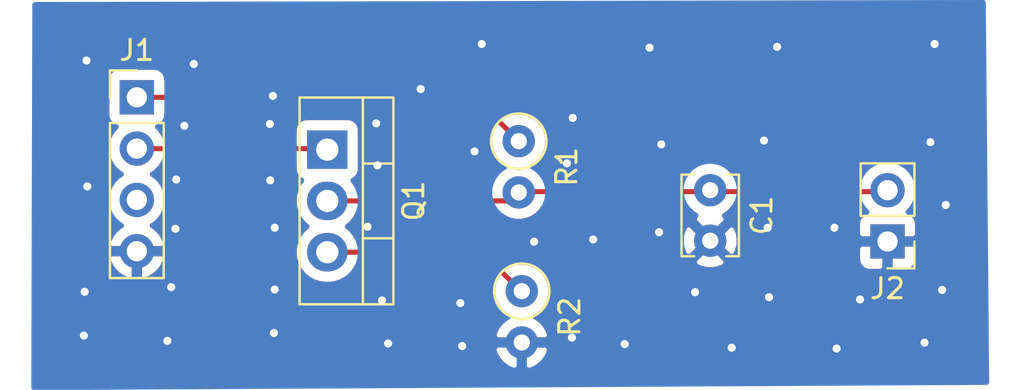
<source format=kicad_pcb>
(kicad_pcb (version 20171130) (host pcbnew 5.99.0+really5.1.10+dfsg1-1)

  (general
    (thickness 1.6)
    (drawings 0)
    (tracks 63)
    (zones 0)
    (modules 6)
    (nets 7)
  )

  (page A4)
  (layers
    (0 F.Cu signal)
    (31 B.Cu signal)
    (32 B.Adhes user)
    (33 F.Adhes user)
    (34 B.Paste user)
    (35 F.Paste user)
    (36 B.SilkS user)
    (37 F.SilkS user)
    (38 B.Mask user)
    (39 F.Mask user)
    (40 Dwgs.User user)
    (41 Cmts.User user)
    (42 Eco1.User user)
    (43 Eco2.User user)
    (44 Edge.Cuts user)
    (45 Margin user)
    (46 B.CrtYd user)
    (47 F.CrtYd user)
    (48 B.Fab user)
    (49 F.Fab user)
  )

  (setup
    (last_trace_width 0.25)
    (trace_clearance 0.2)
    (zone_clearance 0.508)
    (zone_45_only no)
    (trace_min 0.2)
    (via_size 0.8)
    (via_drill 0.4)
    (via_min_size 0.4)
    (via_min_drill 0.3)
    (uvia_size 0.3)
    (uvia_drill 0.1)
    (uvias_allowed no)
    (uvia_min_size 0.2)
    (uvia_min_drill 0.1)
    (edge_width 0.05)
    (segment_width 0.2)
    (pcb_text_width 0.3)
    (pcb_text_size 1.5 1.5)
    (mod_edge_width 0.12)
    (mod_text_size 1 1)
    (mod_text_width 0.15)
    (pad_size 1.524 1.524)
    (pad_drill 0.762)
    (pad_to_mask_clearance 0)
    (aux_axis_origin 0 0)
    (visible_elements FFFFFFFF)
    (pcbplotparams
      (layerselection 0x010f0_ffffffff)
      (usegerberextensions false)
      (usegerberattributes true)
      (usegerberadvancedattributes true)
      (creategerberjobfile true)
      (excludeedgelayer true)
      (linewidth 0.100000)
      (plotframeref false)
      (viasonmask false)
      (mode 1)
      (useauxorigin false)
      (hpglpennumber 1)
      (hpglpenspeed 20)
      (hpglpendiameter 15.000000)
      (psnegative false)
      (psa4output false)
      (plotreference true)
      (plotvalue true)
      (plotinvisibletext false)
      (padsonsilk false)
      (subtractmaskfromsilk false)
      (outputformat 1)
      (mirror false)
      (drillshape 0)
      (scaleselection 1)
      (outputdirectory "../out/"))
  )

  (net 0 "")
  (net 1 GND)
  (net 2 "Net-(C1-Pad1)")
  (net 3 din)
  (net 4 +3V3)
  (net 5 "Net-(Q1-Pad3)")
  (net 6 "Net-(J1-Pad3)")

  (net_class Default "This is the default net class."
    (clearance 0.2)
    (trace_width 0.25)
    (via_dia 0.8)
    (via_drill 0.4)
    (uvia_dia 0.3)
    (uvia_drill 0.1)
    (add_net +3V3)
    (add_net GND)
    (add_net "Net-(C1-Pad1)")
    (add_net "Net-(J1-Pad3)")
    (add_net "Net-(Q1-Pad3)")
    (add_net din)
  )

  (module Resistor_THT:R_Axial_DIN0207_L6.3mm_D2.5mm_P2.54mm_Vertical (layer F.Cu) (tedit 5AE5139B) (tstamp 60C51D8B)
    (at 161.28 90.36 270)
    (descr "Resistor, Axial_DIN0207 series, Axial, Vertical, pin pitch=2.54mm, 0.25W = 1/4W, length*diameter=6.3*2.5mm^2, http://cdn-reichelt.de/documents/datenblatt/B400/1_4W%23YAG.pdf")
    (tags "Resistor Axial_DIN0207 series Axial Vertical pin pitch 2.54mm 0.25W = 1/4W length 6.3mm diameter 2.5mm")
    (path /60C11B61/60C12C69)
    (fp_text reference R2 (at 1.27 -2.37 90) (layer F.SilkS)
      (effects (font (size 1 1) (thickness 0.15)))
    )
    (fp_text value R (at 1.27 2.37 90) (layer F.Fab)
      (effects (font (size 1 1) (thickness 0.15)))
    )
    (fp_text user %R (at 1.27 -2.37 90) (layer F.Fab)
      (effects (font (size 1 1) (thickness 0.15)))
    )
    (fp_circle (center 0 0) (end 1.25 0) (layer F.Fab) (width 0.1))
    (fp_circle (center 0 0) (end 1.37 0) (layer F.SilkS) (width 0.12))
    (fp_line (start 0 0) (end 2.54 0) (layer F.Fab) (width 0.1))
    (fp_line (start 1.37 0) (end 1.44 0) (layer F.SilkS) (width 0.12))
    (fp_line (start -1.5 -1.5) (end -1.5 1.5) (layer F.CrtYd) (width 0.05))
    (fp_line (start -1.5 1.5) (end 3.59 1.5) (layer F.CrtYd) (width 0.05))
    (fp_line (start 3.59 1.5) (end 3.59 -1.5) (layer F.CrtYd) (width 0.05))
    (fp_line (start 3.59 -1.5) (end -1.5 -1.5) (layer F.CrtYd) (width 0.05))
    (pad 2 thru_hole oval (at 2.54 0 270) (size 1.6 1.6) (drill 0.8) (layers *.Cu *.Mask)
      (net 1 GND))
    (pad 1 thru_hole circle (at 0 0 270) (size 1.6 1.6) (drill 0.8) (layers *.Cu *.Mask)
      (net 5 "Net-(Q1-Pad3)"))
    (model ${KISYS3DMOD}/Resistor_THT.3dshapes/R_Axial_DIN0207_L6.3mm_D2.5mm_P2.54mm_Vertical.wrl
      (at (xyz 0 0 0))
      (scale (xyz 1 1 1))
      (rotate (xyz 0 0 0))
    )
  )

  (module Resistor_THT:R_Axial_DIN0207_L6.3mm_D2.5mm_P2.54mm_Vertical (layer F.Cu) (tedit 5AE5139B) (tstamp 60C51D7C)
    (at 161.13 82.93 270)
    (descr "Resistor, Axial_DIN0207 series, Axial, Vertical, pin pitch=2.54mm, 0.25W = 1/4W, length*diameter=6.3*2.5mm^2, http://cdn-reichelt.de/documents/datenblatt/B400/1_4W%23YAG.pdf")
    (tags "Resistor Axial_DIN0207 series Axial Vertical pin pitch 2.54mm 0.25W = 1/4W length 6.3mm diameter 2.5mm")
    (path /60C11B61/60C12EAB)
    (fp_text reference R1 (at 1.27 -2.37 90) (layer F.SilkS)
      (effects (font (size 1 1) (thickness 0.15)))
    )
    (fp_text value R (at 1.27 2.37 90) (layer F.Fab)
      (effects (font (size 1 1) (thickness 0.15)))
    )
    (fp_text user %R (at 1.27 -2.37 90) (layer F.Fab)
      (effects (font (size 1 1) (thickness 0.15)))
    )
    (fp_circle (center 0 0) (end 1.25 0) (layer F.Fab) (width 0.1))
    (fp_circle (center 0 0) (end 1.37 0) (layer F.SilkS) (width 0.12))
    (fp_line (start 0 0) (end 2.54 0) (layer F.Fab) (width 0.1))
    (fp_line (start 1.37 0) (end 1.44 0) (layer F.SilkS) (width 0.12))
    (fp_line (start -1.5 -1.5) (end -1.5 1.5) (layer F.CrtYd) (width 0.05))
    (fp_line (start -1.5 1.5) (end 3.59 1.5) (layer F.CrtYd) (width 0.05))
    (fp_line (start 3.59 1.5) (end 3.59 -1.5) (layer F.CrtYd) (width 0.05))
    (fp_line (start 3.59 -1.5) (end -1.5 -1.5) (layer F.CrtYd) (width 0.05))
    (pad 2 thru_hole oval (at 2.54 0 270) (size 1.6 1.6) (drill 0.8) (layers *.Cu *.Mask)
      (net 2 "Net-(C1-Pad1)"))
    (pad 1 thru_hole circle (at 0 0 270) (size 1.6 1.6) (drill 0.8) (layers *.Cu *.Mask)
      (net 4 +3V3))
    (model ${KISYS3DMOD}/Resistor_THT.3dshapes/R_Axial_DIN0207_L6.3mm_D2.5mm_P2.54mm_Vertical.wrl
      (at (xyz 0 0 0))
      (scale (xyz 1 1 1))
      (rotate (xyz 0 0 0))
    )
  )

  (module Package_TO_SOT_THT:TO-220-3_Vertical (layer F.Cu) (tedit 5AC8BA0D) (tstamp 60C51D6D)
    (at 151.66 83.35 270)
    (descr "TO-220-3, Vertical, RM 2.54mm, see https://www.vishay.com/docs/66542/to-220-1.pdf")
    (tags "TO-220-3 Vertical RM 2.54mm")
    (path /60C11B61/60C127AE)
    (fp_text reference Q1 (at 2.54 -4.27 90) (layer F.SilkS)
      (effects (font (size 1 1) (thickness 0.15)))
    )
    (fp_text value FQP27P06 (at 2.54 2.5 90) (layer F.Fab)
      (effects (font (size 1 1) (thickness 0.15)))
    )
    (fp_text user %R (at 2.54 -4.27 90) (layer F.Fab)
      (effects (font (size 1 1) (thickness 0.15)))
    )
    (fp_line (start -2.46 -3.15) (end -2.46 1.25) (layer F.Fab) (width 0.1))
    (fp_line (start -2.46 1.25) (end 7.54 1.25) (layer F.Fab) (width 0.1))
    (fp_line (start 7.54 1.25) (end 7.54 -3.15) (layer F.Fab) (width 0.1))
    (fp_line (start 7.54 -3.15) (end -2.46 -3.15) (layer F.Fab) (width 0.1))
    (fp_line (start -2.46 -1.88) (end 7.54 -1.88) (layer F.Fab) (width 0.1))
    (fp_line (start 0.69 -3.15) (end 0.69 -1.88) (layer F.Fab) (width 0.1))
    (fp_line (start 4.39 -3.15) (end 4.39 -1.88) (layer F.Fab) (width 0.1))
    (fp_line (start -2.58 -3.27) (end 7.66 -3.27) (layer F.SilkS) (width 0.12))
    (fp_line (start -2.58 1.371) (end 7.66 1.371) (layer F.SilkS) (width 0.12))
    (fp_line (start -2.58 -3.27) (end -2.58 1.371) (layer F.SilkS) (width 0.12))
    (fp_line (start 7.66 -3.27) (end 7.66 1.371) (layer F.SilkS) (width 0.12))
    (fp_line (start -2.58 -1.76) (end 7.66 -1.76) (layer F.SilkS) (width 0.12))
    (fp_line (start 0.69 -3.27) (end 0.69 -1.76) (layer F.SilkS) (width 0.12))
    (fp_line (start 4.391 -3.27) (end 4.391 -1.76) (layer F.SilkS) (width 0.12))
    (fp_line (start -2.71 -3.4) (end -2.71 1.51) (layer F.CrtYd) (width 0.05))
    (fp_line (start -2.71 1.51) (end 7.79 1.51) (layer F.CrtYd) (width 0.05))
    (fp_line (start 7.79 1.51) (end 7.79 -3.4) (layer F.CrtYd) (width 0.05))
    (fp_line (start 7.79 -3.4) (end -2.71 -3.4) (layer F.CrtYd) (width 0.05))
    (pad 3 thru_hole oval (at 5.08 0 270) (size 1.905 2) (drill 1.1) (layers *.Cu *.Mask)
      (net 5 "Net-(Q1-Pad3)"))
    (pad 2 thru_hole oval (at 2.54 0 270) (size 1.905 2) (drill 1.1) (layers *.Cu *.Mask)
      (net 2 "Net-(C1-Pad1)"))
    (pad 1 thru_hole rect (at 0 0 270) (size 1.905 2) (drill 1.1) (layers *.Cu *.Mask)
      (net 3 din))
    (model ${KISYS3DMOD}/Package_TO_SOT_THT.3dshapes/TO-220-3_Vertical.wrl
      (at (xyz 0 0 0))
      (scale (xyz 1 1 1))
      (rotate (xyz 0 0 0))
    )
  )

  (module Connector_PinHeader_2.54mm:PinHeader_1x02_P2.54mm_Vertical (layer F.Cu) (tedit 59FED5CC) (tstamp 60C51D53)
    (at 179.37 87.9 180)
    (descr "Through hole straight pin header, 1x02, 2.54mm pitch, single row")
    (tags "Through hole pin header THT 1x02 2.54mm single row")
    (path /60C11B61/60CA5023)
    (fp_text reference J2 (at 0 -2.33) (layer F.SilkS)
      (effects (font (size 1 1) (thickness 0.15)))
    )
    (fp_text value Conn_01x02_Male (at 0 4.87) (layer F.Fab)
      (effects (font (size 1 1) (thickness 0.15)))
    )
    (fp_text user %R (at 0 1.27 90) (layer F.Fab)
      (effects (font (size 1 1) (thickness 0.15)))
    )
    (fp_line (start -0.635 -1.27) (end 1.27 -1.27) (layer F.Fab) (width 0.1))
    (fp_line (start 1.27 -1.27) (end 1.27 3.81) (layer F.Fab) (width 0.1))
    (fp_line (start 1.27 3.81) (end -1.27 3.81) (layer F.Fab) (width 0.1))
    (fp_line (start -1.27 3.81) (end -1.27 -0.635) (layer F.Fab) (width 0.1))
    (fp_line (start -1.27 -0.635) (end -0.635 -1.27) (layer F.Fab) (width 0.1))
    (fp_line (start -1.33 3.87) (end 1.33 3.87) (layer F.SilkS) (width 0.12))
    (fp_line (start -1.33 1.27) (end -1.33 3.87) (layer F.SilkS) (width 0.12))
    (fp_line (start 1.33 1.27) (end 1.33 3.87) (layer F.SilkS) (width 0.12))
    (fp_line (start -1.33 1.27) (end 1.33 1.27) (layer F.SilkS) (width 0.12))
    (fp_line (start -1.33 0) (end -1.33 -1.33) (layer F.SilkS) (width 0.12))
    (fp_line (start -1.33 -1.33) (end 0 -1.33) (layer F.SilkS) (width 0.12))
    (fp_line (start -1.8 -1.8) (end -1.8 4.35) (layer F.CrtYd) (width 0.05))
    (fp_line (start -1.8 4.35) (end 1.8 4.35) (layer F.CrtYd) (width 0.05))
    (fp_line (start 1.8 4.35) (end 1.8 -1.8) (layer F.CrtYd) (width 0.05))
    (fp_line (start 1.8 -1.8) (end -1.8 -1.8) (layer F.CrtYd) (width 0.05))
    (pad 2 thru_hole oval (at 0 2.54 180) (size 1.7 1.7) (drill 1) (layers *.Cu *.Mask)
      (net 2 "Net-(C1-Pad1)"))
    (pad 1 thru_hole rect (at 0 0 180) (size 1.7 1.7) (drill 1) (layers *.Cu *.Mask)
      (net 1 GND))
    (model ${KISYS3DMOD}/Connector_PinHeader_2.54mm.3dshapes/PinHeader_1x02_P2.54mm_Vertical.wrl
      (at (xyz 0 0 0))
      (scale (xyz 1 1 1))
      (rotate (xyz 0 0 0))
    )
  )

  (module Connector_PinHeader_2.54mm:PinHeader_1x04_P2.54mm_Vertical (layer F.Cu) (tedit 59FED5CC) (tstamp 60C51D3D)
    (at 142.24 80.76)
    (descr "Through hole straight pin header, 1x04, 2.54mm pitch, single row")
    (tags "Through hole pin header THT 1x04 2.54mm single row")
    (path /60C11B61/60C2805B)
    (fp_text reference J1 (at 0 -2.33) (layer F.SilkS)
      (effects (font (size 1 1) (thickness 0.15)))
    )
    (fp_text value Conn_01x04_Male (at 0 9.95) (layer F.Fab)
      (effects (font (size 1 1) (thickness 0.15)))
    )
    (fp_text user %R (at 0 3.81 90) (layer F.Fab)
      (effects (font (size 1 1) (thickness 0.15)))
    )
    (fp_line (start -0.635 -1.27) (end 1.27 -1.27) (layer F.Fab) (width 0.1))
    (fp_line (start 1.27 -1.27) (end 1.27 8.89) (layer F.Fab) (width 0.1))
    (fp_line (start 1.27 8.89) (end -1.27 8.89) (layer F.Fab) (width 0.1))
    (fp_line (start -1.27 8.89) (end -1.27 -0.635) (layer F.Fab) (width 0.1))
    (fp_line (start -1.27 -0.635) (end -0.635 -1.27) (layer F.Fab) (width 0.1))
    (fp_line (start -1.33 8.95) (end 1.33 8.95) (layer F.SilkS) (width 0.12))
    (fp_line (start -1.33 1.27) (end -1.33 8.95) (layer F.SilkS) (width 0.12))
    (fp_line (start 1.33 1.27) (end 1.33 8.95) (layer F.SilkS) (width 0.12))
    (fp_line (start -1.33 1.27) (end 1.33 1.27) (layer F.SilkS) (width 0.12))
    (fp_line (start -1.33 0) (end -1.33 -1.33) (layer F.SilkS) (width 0.12))
    (fp_line (start -1.33 -1.33) (end 0 -1.33) (layer F.SilkS) (width 0.12))
    (fp_line (start -1.8 -1.8) (end -1.8 9.4) (layer F.CrtYd) (width 0.05))
    (fp_line (start -1.8 9.4) (end 1.8 9.4) (layer F.CrtYd) (width 0.05))
    (fp_line (start 1.8 9.4) (end 1.8 -1.8) (layer F.CrtYd) (width 0.05))
    (fp_line (start 1.8 -1.8) (end -1.8 -1.8) (layer F.CrtYd) (width 0.05))
    (pad 4 thru_hole oval (at 0 7.62) (size 1.7 1.7) (drill 1) (layers *.Cu *.Mask)
      (net 1 GND))
    (pad 3 thru_hole oval (at 0 5.08) (size 1.7 1.7) (drill 1) (layers *.Cu *.Mask)
      (net 6 "Net-(J1-Pad3)"))
    (pad 2 thru_hole oval (at 0 2.54) (size 1.7 1.7) (drill 1) (layers *.Cu *.Mask)
      (net 3 din))
    (pad 1 thru_hole rect (at 0 0) (size 1.7 1.7) (drill 1) (layers *.Cu *.Mask)
      (net 4 +3V3))
    (model ${KISYS3DMOD}/Connector_PinHeader_2.54mm.3dshapes/PinHeader_1x04_P2.54mm_Vertical.wrl
      (at (xyz 0 0 0))
      (scale (xyz 1 1 1))
      (rotate (xyz 0 0 0))
    )
  )

  (module Capacitor_THT:C_Disc_D3.8mm_W2.6mm_P2.50mm (layer F.Cu) (tedit 5AE50EF0) (tstamp 60C51D25)
    (at 170.6 85.36 270)
    (descr "C, Disc series, Radial, pin pitch=2.50mm, , diameter*width=3.8*2.6mm^2, Capacitor, http://www.vishay.com/docs/45233/krseries.pdf")
    (tags "C Disc series Radial pin pitch 2.50mm  diameter 3.8mm width 2.6mm Capacitor")
    (path /60C11B61/60C143B1)
    (fp_text reference C1 (at 1.25 -2.55 90) (layer F.SilkS)
      (effects (font (size 1 1) (thickness 0.15)))
    )
    (fp_text value C (at 1.25 2.55 90) (layer F.Fab)
      (effects (font (size 1 1) (thickness 0.15)))
    )
    (fp_text user %R (at 1.25 0 90) (layer F.Fab)
      (effects (font (size 0.76 0.76) (thickness 0.114)))
    )
    (fp_line (start -0.65 -1.3) (end -0.65 1.3) (layer F.Fab) (width 0.1))
    (fp_line (start -0.65 1.3) (end 3.15 1.3) (layer F.Fab) (width 0.1))
    (fp_line (start 3.15 1.3) (end 3.15 -1.3) (layer F.Fab) (width 0.1))
    (fp_line (start 3.15 -1.3) (end -0.65 -1.3) (layer F.Fab) (width 0.1))
    (fp_line (start -0.77 -1.42) (end 3.27 -1.42) (layer F.SilkS) (width 0.12))
    (fp_line (start -0.77 1.42) (end 3.27 1.42) (layer F.SilkS) (width 0.12))
    (fp_line (start -0.77 -1.42) (end -0.77 -0.795) (layer F.SilkS) (width 0.12))
    (fp_line (start -0.77 0.795) (end -0.77 1.42) (layer F.SilkS) (width 0.12))
    (fp_line (start 3.27 -1.42) (end 3.27 -0.795) (layer F.SilkS) (width 0.12))
    (fp_line (start 3.27 0.795) (end 3.27 1.42) (layer F.SilkS) (width 0.12))
    (fp_line (start -1.05 -1.55) (end -1.05 1.55) (layer F.CrtYd) (width 0.05))
    (fp_line (start -1.05 1.55) (end 3.55 1.55) (layer F.CrtYd) (width 0.05))
    (fp_line (start 3.55 1.55) (end 3.55 -1.55) (layer F.CrtYd) (width 0.05))
    (fp_line (start 3.55 -1.55) (end -1.05 -1.55) (layer F.CrtYd) (width 0.05))
    (pad 2 thru_hole circle (at 2.5 0 270) (size 1.6 1.6) (drill 0.8) (layers *.Cu *.Mask)
      (net 1 GND))
    (pad 1 thru_hole circle (at 0 0 270) (size 1.6 1.6) (drill 0.8) (layers *.Cu *.Mask)
      (net 2 "Net-(C1-Pad1)"))
    (model ${KISYS3DMOD}/Capacitor_THT.3dshapes/C_Disc_D3.8mm_W2.6mm_P2.50mm.wrl
      (at (xyz 0 0 0))
      (scale (xyz 1 1 1))
      (rotate (xyz 0 0 0))
    )
  )

  (via (at 144.59 82.17) (size 0.8) (drill 0.4) (layers F.Cu B.Cu) (net 1))
  (via (at 148.82 82.08) (size 0.8) (drill 0.4) (layers F.Cu B.Cu) (net 1))
  (via (at 148.97 80.69) (size 0.8) (drill 0.4) (layers F.Cu B.Cu) (net 1))
  (via (at 156.28 80.35) (size 0.8) (drill 0.4) (layers F.Cu B.Cu) (net 1))
  (via (at 158.94 83.44) (size 0.8) (drill 0.4) (layers F.Cu B.Cu) (net 1))
  (via (at 154.14 84.13) (size 0.8) (drill 0.4) (layers F.Cu B.Cu) (net 1))
  (via (at 154.08 82.05) (size 0.8) (drill 0.4) (layers F.Cu B.Cu) (net 1))
  (via (at 145.06 79.11) (size 0.8) (drill 0.4) (layers F.Cu B.Cu) (net 1))
  (via (at 144.19 84.83) (size 0.8) (drill 0.4) (layers F.Cu B.Cu) (net 1))
  (via (at 148.84 84.87) (size 0.8) (drill 0.4) (layers F.Cu B.Cu) (net 1))
  (via (at 144.15 87.27) (size 0.8) (drill 0.4) (layers F.Cu B.Cu) (net 1))
  (via (at 149.06 87.22) (size 0.8) (drill 0.4) (layers F.Cu B.Cu) (net 1))
  (via (at 143.94 90.16) (size 0.8) (drill 0.4) (layers F.Cu B.Cu) (net 1))
  (via (at 149.06 90.28) (size 0.8) (drill 0.4) (layers F.Cu B.Cu) (net 1))
  (via (at 154.37 90.82) (size 0.8) (drill 0.4) (layers F.Cu B.Cu) (net 1))
  (via (at 158.24 90.95) (size 0.8) (drill 0.4) (layers F.Cu B.Cu) (net 1))
  (via (at 139.75 78.94) (size 0.8) (drill 0.4) (layers F.Cu B.Cu) (net 1))
  (via (at 139.79 85.17) (size 0.8) (drill 0.4) (layers F.Cu B.Cu) (net 1))
  (via (at 139.66 90.39) (size 0.8) (drill 0.4) (layers F.Cu B.Cu) (net 1))
  (via (at 139.62 92.56) (size 0.8) (drill 0.4) (layers F.Cu B.Cu) (net 1))
  (via (at 143.75 92.82) (size 0.8) (drill 0.4) (layers F.Cu B.Cu) (net 1))
  (via (at 149.02 92.43) (size 0.8) (drill 0.4) (layers F.Cu B.Cu) (net 1))
  (via (at 154.67 92.95) (size 0.8) (drill 0.4) (layers F.Cu B.Cu) (net 1))
  (via (at 158.33 93.08) (size 0.8) (drill 0.4) (layers F.Cu B.Cu) (net 1))
  (via (at 161.89 87.91) (size 0.8) (drill 0.4) (layers F.Cu B.Cu) (net 1))
  (via (at 153.65 87.17) (size 0.8) (drill 0.4) (layers F.Cu B.Cu) (net 1))
  (via (at 159.3 78.12) (size 0.8) (drill 0.4) (layers F.Cu B.Cu) (net 1))
  (via (at 163.8 81.78) (size 0.8) (drill 0.4) (layers F.Cu B.Cu) (net 1))
  (via (at 163.51 84.03) (size 0.8) (drill 0.4) (layers F.Cu B.Cu) (net 1))
  (via (at 168.18 83.09) (size 0.8) (drill 0.4) (layers F.Cu B.Cu) (net 1))
  (via (at 173.26 82.9) (size 0.8) (drill 0.4) (layers F.Cu B.Cu) (net 1))
  (via (at 181.49 82.98) (size 0.8) (drill 0.4) (layers F.Cu B.Cu) (net 1))
  (via (at 181.7 78.12) (size 0.8) (drill 0.4) (layers F.Cu B.Cu) (net 1))
  (via (at 173.91 78.26) (size 0.8) (drill 0.4) (layers F.Cu B.Cu) (net 1))
  (via (at 167.6 78.3) (size 0.8) (drill 0.4) (layers F.Cu B.Cu) (net 1))
  (via (at 168.07 87.44) (size 0.8) (drill 0.4) (layers F.Cu B.Cu) (net 1))
  (via (at 169.85 90.41) (size 0.8) (drill 0.4) (layers F.Cu B.Cu) (net 1))
  (via (at 173.51 90.66) (size 0.8) (drill 0.4) (layers F.Cu B.Cu) (net 1))
  (via (at 173.44 87.22) (size 0.8) (drill 0.4) (layers F.Cu B.Cu) (net 1))
  (via (at 176.74 87.22) (size 0.8) (drill 0.4) (layers F.Cu B.Cu) (net 1))
  (via (at 178.01 90.77) (size 0.8) (drill 0.4) (layers F.Cu B.Cu) (net 1))
  (via (at 182.07 90.3) (size 0.8) (drill 0.4) (layers F.Cu B.Cu) (net 1))
  (via (at 182.25 86.09) (size 0.8) (drill 0.4) (layers F.Cu B.Cu) (net 1))
  (via (at 181.2 92.91) (size 0.8) (drill 0.4) (layers F.Cu B.Cu) (net 1))
  (via (at 176.85 93.2) (size 0.8) (drill 0.4) (layers F.Cu B.Cu) (net 1))
  (via (at 171.66 93.16) (size 0.8) (drill 0.4) (layers F.Cu B.Cu) (net 1))
  (via (at 166.37 92.98) (size 0.8) (drill 0.4) (layers F.Cu B.Cu) (net 1))
  (via (at 163.76 92.66) (size 0.8) (drill 0.4) (layers F.Cu B.Cu) (net 1))
  (via (at 164.81 87.8) (size 0.8) (drill 0.4) (layers F.Cu B.Cu) (net 1))
  (segment (start 151.66 85.89) (end 160.68 85.89) (width 0.25) (layer F.Cu) (net 2))
  (segment (start 160.68 85.89) (end 161.1 85.47) (width 0.25) (layer F.Cu) (net 2))
  (segment (start 161.1 85.47) (end 161.14 85.43) (width 0.25) (layer F.Cu) (net 2))
  (segment (start 161.14 85.43) (end 170.49 85.43) (width 0.25) (layer F.Cu) (net 2))
  (segment (start 170.49 85.43) (end 179.23 85.43) (width 0.25) (layer F.Cu) (net 2))
  (segment (start 179.23 85.43) (end 179.3 85.36) (width 0.25) (layer F.Cu) (net 2))
  (segment (start 142.24 83.3) (end 151.75 83.3) (width 0.25) (layer F.Cu) (net 3))
  (segment (start 151.75 83.3) (end 151.78 83.33) (width 0.25) (layer F.Cu) (net 3))
  (segment (start 142.24 80.76) (end 146.85 80.76) (width 0.25) (layer F.Cu) (net 4))
  (segment (start 146.85 80.76) (end 148.27 79.34) (width 0.25) (layer F.Cu) (net 4))
  (segment (start 148.27 79.34) (end 157.54 79.34) (width 0.25) (layer F.Cu) (net 4))
  (segment (start 157.54 79.34) (end 161.13 82.93) (width 0.25) (layer F.Cu) (net 4))
  (segment (start 151.66 88.43) (end 159.31 88.43) (width 0.25) (layer F.Cu) (net 5))
  (segment (start 159.31 88.43) (end 161.28 90.4) (width 0.25) (layer F.Cu) (net 5))

  (zone (net 1) (net_name GND) (layer F.Cu) (tstamp 0) (hatch edge 0.508)
    (connect_pads (clearance 0.508))
    (min_thickness 0.254)
    (fill yes (arc_segments 32) (thermal_gap 0.508) (thermal_bridge_width 0.508))
    (polygon
      (pts
        (xy 183.19 77.02) (xy 183.44 94.39) (xy 138.41 94.06) (xy 138.88 76.99)
      )
    )
    (filled_polygon
      (pts
        (xy 183.064813 77.146915) (xy 183.311145 94.262052) (xy 162.050863 94.106247) (xy 162.243414 93.963519) (xy 162.432385 93.755131)
        (xy 162.57707 93.513881) (xy 162.671909 93.24904) (xy 162.550624 93.027) (xy 161.407 93.027) (xy 161.407 93.047)
        (xy 161.153 93.047) (xy 161.153 93.027) (xy 160.009376 93.027) (xy 159.888091 93.24904) (xy 159.98293 93.513881)
        (xy 160.127615 93.755131) (xy 160.316586 93.963519) (xy 160.493742 94.094836) (xy 138.540519 93.933953) (xy 138.683612 88.73689)
        (xy 140.798524 88.73689) (xy 140.843175 88.884099) (xy 140.968359 89.14692) (xy 141.142412 89.380269) (xy 141.358645 89.575178)
        (xy 141.608748 89.724157) (xy 141.883109 89.821481) (xy 142.113 89.700814) (xy 142.113 88.507) (xy 142.367 88.507)
        (xy 142.367 89.700814) (xy 142.596891 89.821481) (xy 142.871252 89.724157) (xy 143.121355 89.575178) (xy 143.337588 89.380269)
        (xy 143.511641 89.14692) (xy 143.636825 88.884099) (xy 143.681476 88.73689) (xy 143.560155 88.507) (xy 142.367 88.507)
        (xy 142.113 88.507) (xy 140.919845 88.507) (xy 140.798524 88.73689) (xy 138.683612 88.73689) (xy 138.926649 79.91)
        (xy 140.751928 79.91) (xy 140.751928 81.61) (xy 140.764188 81.734482) (xy 140.800498 81.85418) (xy 140.859463 81.964494)
        (xy 140.938815 82.061185) (xy 141.035506 82.140537) (xy 141.14582 82.199502) (xy 141.21838 82.221513) (xy 141.086525 82.353368)
        (xy 140.92401 82.596589) (xy 140.812068 82.866842) (xy 140.755 83.15374) (xy 140.755 83.44626) (xy 140.812068 83.733158)
        (xy 140.92401 84.003411) (xy 141.086525 84.246632) (xy 141.293368 84.453475) (xy 141.46776 84.57) (xy 141.293368 84.686525)
        (xy 141.086525 84.893368) (xy 140.92401 85.136589) (xy 140.812068 85.406842) (xy 140.755 85.69374) (xy 140.755 85.98626)
        (xy 140.812068 86.273158) (xy 140.92401 86.543411) (xy 141.086525 86.786632) (xy 141.293368 86.993475) (xy 141.475534 87.115195)
        (xy 141.358645 87.184822) (xy 141.142412 87.379731) (xy 140.968359 87.61308) (xy 140.843175 87.875901) (xy 140.798524 88.02311)
        (xy 140.919845 88.253) (xy 142.113 88.253) (xy 142.113 88.233) (xy 142.367 88.233) (xy 142.367 88.253)
        (xy 143.560155 88.253) (xy 143.681476 88.02311) (xy 143.636825 87.875901) (xy 143.511641 87.61308) (xy 143.337588 87.379731)
        (xy 143.121355 87.184822) (xy 143.004466 87.115195) (xy 143.186632 86.993475) (xy 143.393475 86.786632) (xy 143.55599 86.543411)
        (xy 143.667932 86.273158) (xy 143.725 85.98626) (xy 143.725 85.69374) (xy 143.667932 85.406842) (xy 143.55599 85.136589)
        (xy 143.393475 84.893368) (xy 143.186632 84.686525) (xy 143.01224 84.57) (xy 143.186632 84.453475) (xy 143.393475 84.246632)
        (xy 143.518178 84.06) (xy 150.021928 84.06) (xy 150.021928 84.3025) (xy 150.034188 84.426982) (xy 150.070498 84.54668)
        (xy 150.129463 84.656994) (xy 150.208815 84.753685) (xy 150.305506 84.833037) (xy 150.389446 84.877905) (xy 150.286155 85.003765)
        (xy 150.138745 85.279551) (xy 150.04797 85.578796) (xy 150.017319 85.89) (xy 150.04797 86.201204) (xy 150.138745 86.500449)
        (xy 150.286155 86.776235) (xy 150.484537 87.017963) (xy 150.657609 87.16) (xy 150.484537 87.302037) (xy 150.286155 87.543765)
        (xy 150.138745 87.819551) (xy 150.04797 88.118796) (xy 150.017319 88.43) (xy 150.04797 88.741204) (xy 150.138745 89.040449)
        (xy 150.286155 89.316235) (xy 150.484537 89.557963) (xy 150.726265 89.756345) (xy 151.002051 89.903755) (xy 151.301296 89.99453)
        (xy 151.534514 90.0175) (xy 151.785486 90.0175) (xy 152.018704 89.99453) (xy 152.317949 89.903755) (xy 152.593735 89.756345)
        (xy 152.835463 89.557963) (xy 153.033845 89.316235) (xy 153.101319 89.19) (xy 158.995199 89.19) (xy 159.874676 90.069477)
        (xy 159.845 90.218665) (xy 159.845 90.501335) (xy 159.900147 90.778574) (xy 160.00832 91.039727) (xy 160.165363 91.274759)
        (xy 160.365241 91.474637) (xy 160.600273 91.63168) (xy 160.611565 91.636357) (xy 160.54258 91.668963) (xy 160.316586 91.836481)
        (xy 160.127615 92.044869) (xy 159.98293 92.286119) (xy 159.888091 92.55096) (xy 160.009376 92.773) (xy 161.153 92.773)
        (xy 161.153 92.753) (xy 161.407 92.753) (xy 161.407 92.773) (xy 162.550624 92.773) (xy 162.671909 92.55096)
        (xy 162.57707 92.286119) (xy 162.432385 92.044869) (xy 162.243414 91.836481) (xy 162.01742 91.668963) (xy 161.948435 91.636357)
        (xy 161.959727 91.63168) (xy 162.194759 91.474637) (xy 162.394637 91.274759) (xy 162.55168 91.039727) (xy 162.659853 90.778574)
        (xy 162.715 90.501335) (xy 162.715 90.218665) (xy 162.659853 89.941426) (xy 162.55168 89.680273) (xy 162.394637 89.445241)
        (xy 162.194759 89.245363) (xy 161.959727 89.08832) (xy 161.698574 88.980147) (xy 161.421335 88.925) (xy 161.138665 88.925)
        (xy 160.92275 88.967949) (xy 160.807503 88.852702) (xy 169.786903 88.852702) (xy 169.858486 89.096671) (xy 170.113996 89.217571)
        (xy 170.388184 89.2863) (xy 170.670512 89.300217) (xy 170.95013 89.258787) (xy 171.216292 89.163603) (xy 171.341514 89.096671)
        (xy 171.413097 88.852702) (xy 171.310395 88.75) (xy 177.881928 88.75) (xy 177.894188 88.874482) (xy 177.930498 88.99418)
        (xy 177.989463 89.104494) (xy 178.068815 89.201185) (xy 178.165506 89.280537) (xy 178.27582 89.339502) (xy 178.395518 89.375812)
        (xy 178.52 89.388072) (xy 179.08425 89.385) (xy 179.243 89.22625) (xy 179.243 88.027) (xy 179.497 88.027)
        (xy 179.497 89.22625) (xy 179.65575 89.385) (xy 180.22 89.388072) (xy 180.344482 89.375812) (xy 180.46418 89.339502)
        (xy 180.574494 89.280537) (xy 180.671185 89.201185) (xy 180.750537 89.104494) (xy 180.809502 88.99418) (xy 180.845812 88.874482)
        (xy 180.858072 88.75) (xy 180.855 88.18575) (xy 180.69625 88.027) (xy 179.497 88.027) (xy 179.243 88.027)
        (xy 178.04375 88.027) (xy 177.885 88.18575) (xy 177.881928 88.75) (xy 171.310395 88.75) (xy 170.6 88.039605)
        (xy 169.786903 88.852702) (xy 160.807503 88.852702) (xy 159.885313 87.930512) (xy 169.159783 87.930512) (xy 169.201213 88.21013)
        (xy 169.296397 88.476292) (xy 169.363329 88.601514) (xy 169.607298 88.673097) (xy 170.420395 87.86) (xy 170.779605 87.86)
        (xy 171.592702 88.673097) (xy 171.836671 88.601514) (xy 171.957571 88.346004) (xy 172.0263 88.071816) (xy 172.040217 87.789488)
        (xy 171.998787 87.50987) (xy 171.903603 87.243708) (xy 171.836671 87.118486) (xy 171.592702 87.046903) (xy 170.779605 87.86)
        (xy 170.420395 87.86) (xy 169.607298 87.046903) (xy 169.363329 87.118486) (xy 169.242429 87.373996) (xy 169.1737 87.648184)
        (xy 169.159783 87.930512) (xy 159.885313 87.930512) (xy 159.873804 87.919003) (xy 159.850001 87.889999) (xy 159.734276 87.795026)
        (xy 159.602247 87.724454) (xy 159.458986 87.680997) (xy 159.347333 87.67) (xy 159.347322 87.67) (xy 159.31 87.666324)
        (xy 159.272678 87.67) (xy 153.101319 87.67) (xy 153.033845 87.543765) (xy 152.835463 87.302037) (xy 152.662391 87.16)
        (xy 152.835463 87.017963) (xy 153.033845 86.776235) (xy 153.101319 86.65) (xy 160.313064 86.65) (xy 160.450273 86.74168)
        (xy 160.711426 86.849853) (xy 160.988665 86.905) (xy 161.271335 86.905) (xy 161.548574 86.849853) (xy 161.809727 86.74168)
        (xy 162.044759 86.584637) (xy 162.244637 86.384759) (xy 162.374771 86.19) (xy 169.428729 86.19) (xy 169.485363 86.274759)
        (xy 169.685241 86.474637) (xy 169.885869 86.608692) (xy 169.858486 86.623329) (xy 169.786903 86.867298) (xy 170.6 87.680395)
        (xy 171.413097 86.867298) (xy 171.341514 86.623329) (xy 171.312659 86.609676) (xy 171.514759 86.474637) (xy 171.714637 86.274759)
        (xy 171.771271 86.19) (xy 178.138594 86.19) (xy 178.216525 86.306632) (xy 178.34838 86.438487) (xy 178.27582 86.460498)
        (xy 178.165506 86.519463) (xy 178.068815 86.598815) (xy 177.989463 86.695506) (xy 177.930498 86.80582) (xy 177.894188 86.925518)
        (xy 177.881928 87.05) (xy 177.885 87.61425) (xy 178.04375 87.773) (xy 179.243 87.773) (xy 179.243 87.753)
        (xy 179.497 87.753) (xy 179.497 87.773) (xy 180.69625 87.773) (xy 180.855 87.61425) (xy 180.858072 87.05)
        (xy 180.845812 86.925518) (xy 180.809502 86.80582) (xy 180.750537 86.695506) (xy 180.671185 86.598815) (xy 180.574494 86.519463)
        (xy 180.46418 86.460498) (xy 180.39162 86.438487) (xy 180.523475 86.306632) (xy 180.68599 86.063411) (xy 180.797932 85.793158)
        (xy 180.855 85.50626) (xy 180.855 85.21374) (xy 180.797932 84.926842) (xy 180.68599 84.656589) (xy 180.523475 84.413368)
        (xy 180.316632 84.206525) (xy 180.073411 84.04401) (xy 179.803158 83.932068) (xy 179.51626 83.875) (xy 179.22374 83.875)
        (xy 178.936842 83.932068) (xy 178.666589 84.04401) (xy 178.423368 84.206525) (xy 178.216525 84.413368) (xy 178.05401 84.656589)
        (xy 178.048455 84.67) (xy 171.864816 84.67) (xy 171.714637 84.445241) (xy 171.514759 84.245363) (xy 171.279727 84.08832)
        (xy 171.018574 83.980147) (xy 170.741335 83.925) (xy 170.458665 83.925) (xy 170.181426 83.980147) (xy 169.920273 84.08832)
        (xy 169.685241 84.245363) (xy 169.485363 84.445241) (xy 169.335184 84.67) (xy 162.321316 84.67) (xy 162.244637 84.555241)
        (xy 162.044759 84.355363) (xy 161.812241 84.2) (xy 162.044759 84.044637) (xy 162.244637 83.844759) (xy 162.40168 83.609727)
        (xy 162.509853 83.348574) (xy 162.565 83.071335) (xy 162.565 82.788665) (xy 162.509853 82.511426) (xy 162.40168 82.250273)
        (xy 162.244637 82.015241) (xy 162.044759 81.815363) (xy 161.809727 81.65832) (xy 161.548574 81.550147) (xy 161.271335 81.495)
        (xy 160.988665 81.495) (xy 160.806114 81.531312) (xy 158.103804 78.829003) (xy 158.080001 78.799999) (xy 157.964276 78.705026)
        (xy 157.832247 78.634454) (xy 157.688986 78.590997) (xy 157.577333 78.58) (xy 157.577322 78.58) (xy 157.54 78.576324)
        (xy 157.502678 78.58) (xy 148.307322 78.58) (xy 148.269999 78.576324) (xy 148.232676 78.58) (xy 148.232667 78.58)
        (xy 148.121014 78.590997) (xy 147.977753 78.634454) (xy 147.845724 78.705026) (xy 147.729999 78.799999) (xy 147.706201 78.828997)
        (xy 146.535199 80) (xy 143.728072 80) (xy 143.728072 79.91) (xy 143.715812 79.785518) (xy 143.679502 79.66582)
        (xy 143.620537 79.555506) (xy 143.541185 79.458815) (xy 143.444494 79.379463) (xy 143.33418 79.320498) (xy 143.214482 79.284188)
        (xy 143.09 79.271928) (xy 141.39 79.271928) (xy 141.265518 79.284188) (xy 141.14582 79.320498) (xy 141.035506 79.379463)
        (xy 140.938815 79.458815) (xy 140.859463 79.555506) (xy 140.800498 79.66582) (xy 140.764188 79.785518) (xy 140.751928 79.91)
        (xy 138.926649 79.91) (xy 139.003549 77.117084)
      )
    )
    (filled_polygon
      (pts
        (xy 159.731312 82.606114) (xy 159.695 82.788665) (xy 159.695 83.071335) (xy 159.750147 83.348574) (xy 159.85832 83.609727)
        (xy 160.015363 83.844759) (xy 160.215241 84.044637) (xy 160.447759 84.2) (xy 160.215241 84.355363) (xy 160.015363 84.555241)
        (xy 159.85832 84.790273) (xy 159.750147 85.051426) (xy 159.734517 85.13) (xy 153.101319 85.13) (xy 153.033845 85.003765)
        (xy 152.930554 84.877905) (xy 153.014494 84.833037) (xy 153.111185 84.753685) (xy 153.190537 84.656994) (xy 153.249502 84.54668)
        (xy 153.285812 84.426982) (xy 153.298072 84.3025) (xy 153.298072 82.3975) (xy 153.285812 82.273018) (xy 153.249502 82.15332)
        (xy 153.190537 82.043006) (xy 153.111185 81.946315) (xy 153.014494 81.866963) (xy 152.90418 81.807998) (xy 152.784482 81.771688)
        (xy 152.66 81.759428) (xy 150.66 81.759428) (xy 150.535518 81.771688) (xy 150.41582 81.807998) (xy 150.305506 81.866963)
        (xy 150.208815 81.946315) (xy 150.129463 82.043006) (xy 150.070498 82.15332) (xy 150.034188 82.273018) (xy 150.021928 82.3975)
        (xy 150.021928 82.54) (xy 143.518178 82.54) (xy 143.393475 82.353368) (xy 143.26162 82.221513) (xy 143.33418 82.199502)
        (xy 143.444494 82.140537) (xy 143.541185 82.061185) (xy 143.620537 81.964494) (xy 143.679502 81.85418) (xy 143.715812 81.734482)
        (xy 143.728072 81.61) (xy 143.728072 81.52) (xy 146.812678 81.52) (xy 146.85 81.523676) (xy 146.887322 81.52)
        (xy 146.887333 81.52) (xy 146.998986 81.509003) (xy 147.142247 81.465546) (xy 147.274276 81.394974) (xy 147.390001 81.300001)
        (xy 147.413804 81.270997) (xy 148.584802 80.1) (xy 157.225199 80.1)
      )
    )
  )
  (zone (net 1) (net_name GND) (layer B.Cu) (tstamp 0) (hatch edge 0.508)
    (connect_pads (clearance 0.508))
    (min_thickness 0.254)
    (fill yes (arc_segments 32) (thermal_gap 0.508) (thermal_bridge_width 0.508))
    (polygon
      (pts
        (xy 184.4 95) (xy 137.02 95.26) (xy 137.07 76.04) (xy 184.23 75.94)
      )
    )
    (filled_polygon
      (pts
        (xy 184.271868 94.873701) (xy 137.147333 95.132299) (xy 137.152231 93.24904) (xy 159.888091 93.24904) (xy 159.98293 93.513881)
        (xy 160.127615 93.755131) (xy 160.316586 93.963519) (xy 160.54258 94.131037) (xy 160.796913 94.251246) (xy 160.930961 94.291904)
        (xy 161.153 94.169915) (xy 161.153 93.027) (xy 161.407 93.027) (xy 161.407 94.169915) (xy 161.629039 94.291904)
        (xy 161.763087 94.251246) (xy 162.01742 94.131037) (xy 162.243414 93.963519) (xy 162.432385 93.755131) (xy 162.57707 93.513881)
        (xy 162.671909 93.24904) (xy 162.550624 93.027) (xy 161.407 93.027) (xy 161.153 93.027) (xy 160.009376 93.027)
        (xy 159.888091 93.24904) (xy 137.152231 93.24904) (xy 137.160115 90.218665) (xy 159.845 90.218665) (xy 159.845 90.501335)
        (xy 159.900147 90.778574) (xy 160.00832 91.039727) (xy 160.165363 91.274759) (xy 160.365241 91.474637) (xy 160.600273 91.63168)
        (xy 160.611565 91.636357) (xy 160.54258 91.668963) (xy 160.316586 91.836481) (xy 160.127615 92.044869) (xy 159.98293 92.286119)
        (xy 159.888091 92.55096) (xy 160.009376 92.773) (xy 161.153 92.773) (xy 161.153 92.753) (xy 161.407 92.753)
        (xy 161.407 92.773) (xy 162.550624 92.773) (xy 162.671909 92.55096) (xy 162.57707 92.286119) (xy 162.432385 92.044869)
        (xy 162.243414 91.836481) (xy 162.01742 91.668963) (xy 161.948435 91.636357) (xy 161.959727 91.63168) (xy 162.194759 91.474637)
        (xy 162.394637 91.274759) (xy 162.55168 91.039727) (xy 162.659853 90.778574) (xy 162.715 90.501335) (xy 162.715 90.218665)
        (xy 162.659853 89.941426) (xy 162.55168 89.680273) (xy 162.394637 89.445241) (xy 162.194759 89.245363) (xy 161.959727 89.08832)
        (xy 161.698574 88.980147) (xy 161.421335 88.925) (xy 161.138665 88.925) (xy 160.861426 88.980147) (xy 160.600273 89.08832)
        (xy 160.365241 89.245363) (xy 160.165363 89.445241) (xy 160.00832 89.680273) (xy 159.900147 89.941426) (xy 159.845 90.218665)
        (xy 137.160115 90.218665) (xy 137.16397 88.73689) (xy 140.798524 88.73689) (xy 140.843175 88.884099) (xy 140.968359 89.14692)
        (xy 141.142412 89.380269) (xy 141.358645 89.575178) (xy 141.608748 89.724157) (xy 141.883109 89.821481) (xy 142.113 89.700814)
        (xy 142.113 88.507) (xy 142.367 88.507) (xy 142.367 89.700814) (xy 142.596891 89.821481) (xy 142.871252 89.724157)
        (xy 143.121355 89.575178) (xy 143.337588 89.380269) (xy 143.511641 89.14692) (xy 143.636825 88.884099) (xy 143.681476 88.73689)
        (xy 143.560155 88.507) (xy 142.367 88.507) (xy 142.113 88.507) (xy 140.919845 88.507) (xy 140.798524 88.73689)
        (xy 137.16397 88.73689) (xy 137.186933 79.91) (xy 140.751928 79.91) (xy 140.751928 81.61) (xy 140.764188 81.734482)
        (xy 140.800498 81.85418) (xy 140.859463 81.964494) (xy 140.938815 82.061185) (xy 141.035506 82.140537) (xy 141.14582 82.199502)
        (xy 141.21838 82.221513) (xy 141.086525 82.353368) (xy 140.92401 82.596589) (xy 140.812068 82.866842) (xy 140.755 83.15374)
        (xy 140.755 83.44626) (xy 140.812068 83.733158) (xy 140.92401 84.003411) (xy 141.086525 84.246632) (xy 141.293368 84.453475)
        (xy 141.46776 84.57) (xy 141.293368 84.686525) (xy 141.086525 84.893368) (xy 140.92401 85.136589) (xy 140.812068 85.406842)
        (xy 140.755 85.69374) (xy 140.755 85.98626) (xy 140.812068 86.273158) (xy 140.92401 86.543411) (xy 141.086525 86.786632)
        (xy 141.293368 86.993475) (xy 141.475534 87.115195) (xy 141.358645 87.184822) (xy 141.142412 87.379731) (xy 140.968359 87.61308)
        (xy 140.843175 87.875901) (xy 140.798524 88.02311) (xy 140.919845 88.253) (xy 142.113 88.253) (xy 142.113 88.233)
        (xy 142.367 88.233) (xy 142.367 88.253) (xy 143.560155 88.253) (xy 143.681476 88.02311) (xy 143.636825 87.875901)
        (xy 143.511641 87.61308) (xy 143.337588 87.379731) (xy 143.121355 87.184822) (xy 143.004466 87.115195) (xy 143.186632 86.993475)
        (xy 143.393475 86.786632) (xy 143.55599 86.543411) (xy 143.667932 86.273158) (xy 143.725 85.98626) (xy 143.725 85.89)
        (xy 150.017319 85.89) (xy 150.04797 86.201204) (xy 150.138745 86.500449) (xy 150.286155 86.776235) (xy 150.484537 87.017963)
        (xy 150.657609 87.16) (xy 150.484537 87.302037) (xy 150.286155 87.543765) (xy 150.138745 87.819551) (xy 150.04797 88.118796)
        (xy 150.017319 88.43) (xy 150.04797 88.741204) (xy 150.138745 89.040449) (xy 150.286155 89.316235) (xy 150.484537 89.557963)
        (xy 150.726265 89.756345) (xy 151.002051 89.903755) (xy 151.301296 89.99453) (xy 151.534514 90.0175) (xy 151.785486 90.0175)
        (xy 152.018704 89.99453) (xy 152.317949 89.903755) (xy 152.593735 89.756345) (xy 152.835463 89.557963) (xy 153.033845 89.316235)
        (xy 153.181255 89.040449) (xy 153.238207 88.852702) (xy 169.786903 88.852702) (xy 169.858486 89.096671) (xy 170.113996 89.217571)
        (xy 170.388184 89.2863) (xy 170.670512 89.300217) (xy 170.95013 89.258787) (xy 171.216292 89.163603) (xy 171.341514 89.096671)
        (xy 171.413097 88.852702) (xy 171.310395 88.75) (xy 177.881928 88.75) (xy 177.894188 88.874482) (xy 177.930498 88.99418)
        (xy 177.989463 89.104494) (xy 178.068815 89.201185) (xy 178.165506 89.280537) (xy 178.27582 89.339502) (xy 178.395518 89.375812)
        (xy 178.52 89.388072) (xy 179.08425 89.385) (xy 179.243 89.22625) (xy 179.243 88.027) (xy 179.497 88.027)
        (xy 179.497 89.22625) (xy 179.65575 89.385) (xy 180.22 89.388072) (xy 180.344482 89.375812) (xy 180.46418 89.339502)
        (xy 180.574494 89.280537) (xy 180.671185 89.201185) (xy 180.750537 89.104494) (xy 180.809502 88.99418) (xy 180.845812 88.874482)
        (xy 180.858072 88.75) (xy 180.855 88.18575) (xy 180.69625 88.027) (xy 179.497 88.027) (xy 179.243 88.027)
        (xy 178.04375 88.027) (xy 177.885 88.18575) (xy 177.881928 88.75) (xy 171.310395 88.75) (xy 170.6 88.039605)
        (xy 169.786903 88.852702) (xy 153.238207 88.852702) (xy 153.27203 88.741204) (xy 153.302681 88.43) (xy 153.27203 88.118796)
        (xy 153.214915 87.930512) (xy 169.159783 87.930512) (xy 169.201213 88.21013) (xy 169.296397 88.476292) (xy 169.363329 88.601514)
        (xy 169.607298 88.673097) (xy 170.420395 87.86) (xy 170.779605 87.86) (xy 171.592702 88.673097) (xy 171.836671 88.601514)
        (xy 171.957571 88.346004) (xy 172.0263 88.071816) (xy 172.040217 87.789488) (xy 171.998787 87.50987) (xy 171.903603 87.243708)
        (xy 171.836671 87.118486) (xy 171.603258 87.05) (xy 177.881928 87.05) (xy 177.885 87.61425) (xy 178.04375 87.773)
        (xy 179.243 87.773) (xy 179.243 87.753) (xy 179.497 87.753) (xy 179.497 87.773) (xy 180.69625 87.773)
        (xy 180.855 87.61425) (xy 180.858072 87.05) (xy 180.845812 86.925518) (xy 180.809502 86.80582) (xy 180.750537 86.695506)
        (xy 180.671185 86.598815) (xy 180.574494 86.519463) (xy 180.46418 86.460498) (xy 180.39162 86.438487) (xy 180.523475 86.306632)
        (xy 180.68599 86.063411) (xy 180.797932 85.793158) (xy 180.855 85.50626) (xy 180.855 85.21374) (xy 180.797932 84.926842)
        (xy 180.68599 84.656589) (xy 180.523475 84.413368) (xy 180.316632 84.206525) (xy 180.073411 84.04401) (xy 179.803158 83.932068)
        (xy 179.51626 83.875) (xy 179.22374 83.875) (xy 178.936842 83.932068) (xy 178.666589 84.04401) (xy 178.423368 84.206525)
        (xy 178.216525 84.413368) (xy 178.05401 84.656589) (xy 177.942068 84.926842) (xy 177.885 85.21374) (xy 177.885 85.50626)
        (xy 177.942068 85.793158) (xy 178.05401 86.063411) (xy 178.216525 86.306632) (xy 178.34838 86.438487) (xy 178.27582 86.460498)
        (xy 178.165506 86.519463) (xy 178.068815 86.598815) (xy 177.989463 86.695506) (xy 177.930498 86.80582) (xy 177.894188 86.925518)
        (xy 177.881928 87.05) (xy 171.603258 87.05) (xy 171.592702 87.046903) (xy 170.779605 87.86) (xy 170.420395 87.86)
        (xy 169.607298 87.046903) (xy 169.363329 87.118486) (xy 169.242429 87.373996) (xy 169.1737 87.648184) (xy 169.159783 87.930512)
        (xy 153.214915 87.930512) (xy 153.181255 87.819551) (xy 153.033845 87.543765) (xy 152.835463 87.302037) (xy 152.662391 87.16)
        (xy 152.835463 87.017963) (xy 153.033845 86.776235) (xy 153.181255 86.500449) (xy 153.27203 86.201204) (xy 153.302681 85.89)
        (xy 153.27203 85.578796) (xy 153.181255 85.279551) (xy 153.033845 85.003765) (xy 152.930554 84.877905) (xy 153.014494 84.833037)
        (xy 153.111185 84.753685) (xy 153.190537 84.656994) (xy 153.249502 84.54668) (xy 153.285812 84.426982) (xy 153.298072 84.3025)
        (xy 153.298072 82.788665) (xy 159.695 82.788665) (xy 159.695 83.071335) (xy 159.750147 83.348574) (xy 159.85832 83.609727)
        (xy 160.015363 83.844759) (xy 160.215241 84.044637) (xy 160.447759 84.2) (xy 160.215241 84.355363) (xy 160.015363 84.555241)
        (xy 159.85832 84.790273) (xy 159.750147 85.051426) (xy 159.695 85.328665) (xy 159.695 85.611335) (xy 159.750147 85.888574)
        (xy 159.85832 86.149727) (xy 160.015363 86.384759) (xy 160.215241 86.584637) (xy 160.450273 86.74168) (xy 160.711426 86.849853)
        (xy 160.988665 86.905) (xy 161.271335 86.905) (xy 161.548574 86.849853) (xy 161.809727 86.74168) (xy 162.044759 86.584637)
        (xy 162.244637 86.384759) (xy 162.40168 86.149727) (xy 162.509853 85.888574) (xy 162.565 85.611335) (xy 162.565 85.328665)
        (xy 162.54312 85.218665) (xy 169.165 85.218665) (xy 169.165 85.501335) (xy 169.220147 85.778574) (xy 169.32832 86.039727)
        (xy 169.485363 86.274759) (xy 169.685241 86.474637) (xy 169.885869 86.608692) (xy 169.858486 86.623329) (xy 169.786903 86.867298)
        (xy 170.6 87.680395) (xy 171.413097 86.867298) (xy 171.341514 86.623329) (xy 171.312659 86.609676) (xy 171.514759 86.474637)
        (xy 171.714637 86.274759) (xy 171.87168 86.039727) (xy 171.979853 85.778574) (xy 172.035 85.501335) (xy 172.035 85.218665)
        (xy 171.979853 84.941426) (xy 171.87168 84.680273) (xy 171.714637 84.445241) (xy 171.514759 84.245363) (xy 171.279727 84.08832)
        (xy 171.018574 83.980147) (xy 170.741335 83.925) (xy 170.458665 83.925) (xy 170.181426 83.980147) (xy 169.920273 84.08832)
        (xy 169.685241 84.245363) (xy 169.485363 84.445241) (xy 169.32832 84.680273) (xy 169.220147 84.941426) (xy 169.165 85.218665)
        (xy 162.54312 85.218665) (xy 162.509853 85.051426) (xy 162.40168 84.790273) (xy 162.244637 84.555241) (xy 162.044759 84.355363)
        (xy 161.812241 84.2) (xy 162.044759 84.044637) (xy 162.244637 83.844759) (xy 162.40168 83.609727) (xy 162.509853 83.348574)
        (xy 162.565 83.071335) (xy 162.565 82.788665) (xy 162.509853 82.511426) (xy 162.40168 82.250273) (xy 162.244637 82.015241)
        (xy 162.044759 81.815363) (xy 161.809727 81.65832) (xy 161.548574 81.550147) (xy 161.271335 81.495) (xy 160.988665 81.495)
        (xy 160.711426 81.550147) (xy 160.450273 81.65832) (xy 160.215241 81.815363) (xy 160.015363 82.015241) (xy 159.85832 82.250273)
        (xy 159.750147 82.511426) (xy 159.695 82.788665) (xy 153.298072 82.788665) (xy 153.298072 82.3975) (xy 153.285812 82.273018)
        (xy 153.249502 82.15332) (xy 153.190537 82.043006) (xy 153.111185 81.946315) (xy 153.014494 81.866963) (xy 152.90418 81.807998)
        (xy 152.784482 81.771688) (xy 152.66 81.759428) (xy 150.66 81.759428) (xy 150.535518 81.771688) (xy 150.41582 81.807998)
        (xy 150.305506 81.866963) (xy 150.208815 81.946315) (xy 150.129463 82.043006) (xy 150.070498 82.15332) (xy 150.034188 82.273018)
        (xy 150.021928 82.3975) (xy 150.021928 84.3025) (xy 150.034188 84.426982) (xy 150.070498 84.54668) (xy 150.129463 84.656994)
        (xy 150.208815 84.753685) (xy 150.305506 84.833037) (xy 150.389446 84.877905) (xy 150.286155 85.003765) (xy 150.138745 85.279551)
        (xy 150.04797 85.578796) (xy 150.017319 85.89) (xy 143.725 85.89) (xy 143.725 85.69374) (xy 143.667932 85.406842)
        (xy 143.55599 85.136589) (xy 143.393475 84.893368) (xy 143.186632 84.686525) (xy 143.01224 84.57) (xy 143.186632 84.453475)
        (xy 143.393475 84.246632) (xy 143.55599 84.003411) (xy 143.667932 83.733158) (xy 143.725 83.44626) (xy 143.725 83.15374)
        (xy 143.667932 82.866842) (xy 143.55599 82.596589) (xy 143.393475 82.353368) (xy 143.26162 82.221513) (xy 143.33418 82.199502)
        (xy 143.444494 82.140537) (xy 143.541185 82.061185) (xy 143.620537 81.964494) (xy 143.679502 81.85418) (xy 143.715812 81.734482)
        (xy 143.728072 81.61) (xy 143.728072 79.91) (xy 143.715812 79.785518) (xy 143.679502 79.66582) (xy 143.620537 79.555506)
        (xy 143.541185 79.458815) (xy 143.444494 79.379463) (xy 143.33418 79.320498) (xy 143.214482 79.284188) (xy 143.09 79.271928)
        (xy 141.39 79.271928) (xy 141.265518 79.284188) (xy 141.14582 79.320498) (xy 141.035506 79.379463) (xy 140.938815 79.458815)
        (xy 140.859463 79.555506) (xy 140.800498 79.66582) (xy 140.764188 79.785518) (xy 140.751928 79.91) (xy 137.186933 79.91)
        (xy 137.196671 76.166732) (xy 184.10413 76.067267)
      )
    )
  )
)

</source>
